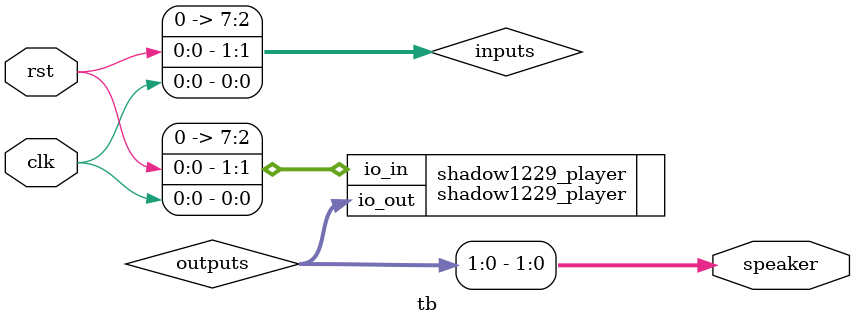
<source format=v>
`default_nettype none
`timescale 1ns/1ps

/*
this testbench just instantiates the module and makes some convenient wires
that can be driven / tested by the cocotb test.py
*/

module tb (
    // testbench is controlled by test.py
    input clk,
    input rst,
    output [1:0] speaker
   );

    // this part dumps the trace to a vcd file that can be viewed with GTKWave
    initial begin
        $dumpfile ("tb.vcd");
        $dumpvars (0, tb);
        #1;
    end

    // wire up the inputs and outputs
    wire [7:0] inputs = {6'b0, rst, clk};
    wire [7:0] outputs;
    assign speaker = outputs[1:0];

    // instantiate the DUT
    shadow1229_player #(.MAX_COUNT(255)) shadow1229_player(
        .io_in  (inputs),
        .io_out (outputs)
        );

endmodule

</source>
